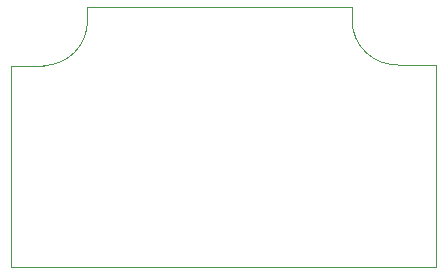
<source format=gbr>
%TF.GenerationSoftware,KiCad,Pcbnew,(5.1.6)-1*%
%TF.CreationDate,2020-07-29T13:21:14+01:00*%
%TF.ProjectId,open-amiga-sampler-smd,6f70656e-2d61-46d6-9967-612d73616d70,rev?*%
%TF.SameCoordinates,Original*%
%TF.FileFunction,Profile,NP*%
%FSLAX46Y46*%
G04 Gerber Fmt 4.6, Leading zero omitted, Abs format (unit mm)*
G04 Created by KiCad (PCBNEW (5.1.6)-1) date 2020-07-29 13:21:14*
%MOMM*%
%LPD*%
G01*
G04 APERTURE LIST*
%TA.AperFunction,Profile*%
%ADD10C,0.100000*%
%TD*%
G04 APERTURE END LIST*
D10*
X86842600Y-128905000D02*
X86841644Y-129997229D01*
X109245400Y-128905000D02*
X86842600Y-128905000D01*
X109246357Y-130111470D02*
X109245400Y-128905000D01*
X116370100Y-133832600D02*
X113157927Y-133831615D01*
X116370100Y-150939500D02*
X116370100Y-133832600D01*
X80391000Y-150939500D02*
X116370100Y-150939500D01*
X113157927Y-133831615D02*
G75*
G02*
X109246357Y-130111470I-114271J3796344D01*
G01*
X86841644Y-129997229D02*
G75*
G02*
X83121499Y-133908799I-3796344J-114271D01*
G01*
X80391000Y-133908800D02*
X83121499Y-133908799D01*
X80391000Y-150939500D02*
X80391000Y-133908800D01*
M02*

</source>
